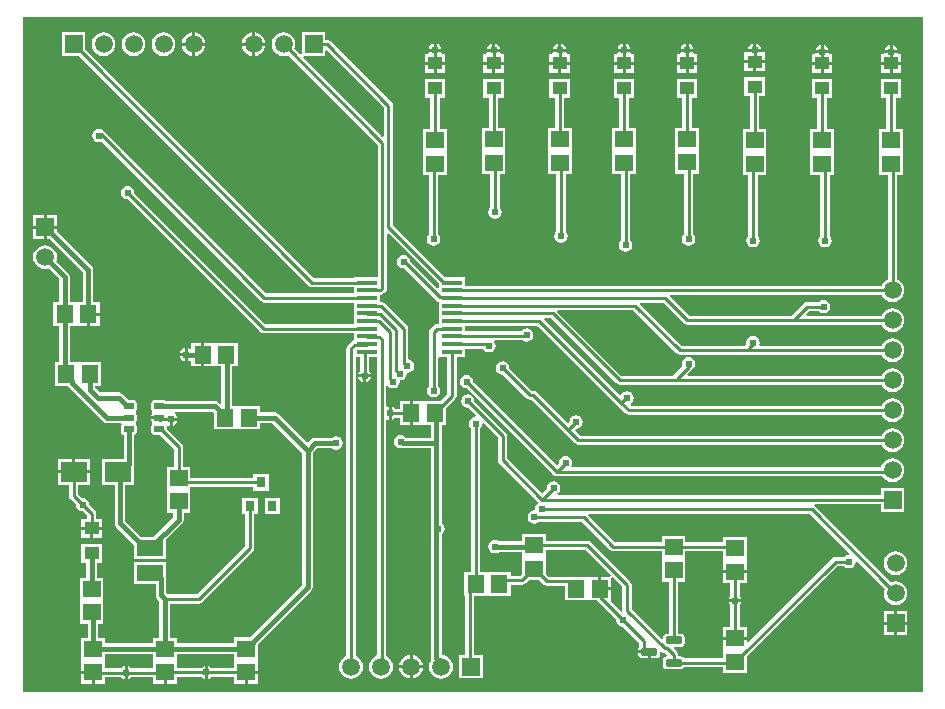
<source format=gtl>
G04*
G04 #@! TF.GenerationSoftware,Altium Limited,Altium Designer,20.1.14 (287)*
G04*
G04 Layer_Physical_Order=1*
G04 Layer_Color=255*
%FSLAX25Y25*%
%MOIN*%
G70*
G04*
G04 #@! TF.SameCoordinates,77D899AC-DA5C-4649-B6D6-03D989B7329D*
G04*
G04*
G04 #@! TF.FilePolarity,Positive*
G04*
G01*
G75*
%ADD16R,0.08700X0.06700*%
%ADD22R,0.03150X0.03543*%
G04:AMPARAMS|DCode=23|XSize=51.18mil|YSize=23.62mil|CornerRadius=2.01mil|HoleSize=0mil|Usage=FLASHONLY|Rotation=180.000|XOffset=0mil|YOffset=0mil|HoleType=Round|Shape=RoundedRectangle|*
%AMROUNDEDRECTD23*
21,1,0.05118,0.01961,0,0,180.0*
21,1,0.04717,0.02362,0,0,180.0*
1,1,0.00402,-0.02358,0.00980*
1,1,0.00402,0.02358,0.00980*
1,1,0.00402,0.02358,-0.00980*
1,1,0.00402,-0.02358,-0.00980*
%
%ADD23ROUNDEDRECTD23*%
%ADD28R,0.08740X0.05315*%
%ADD29R,0.06890X0.01772*%
%ADD30R,0.05512X0.05906*%
%ADD31R,0.04724X0.04331*%
%ADD32R,0.05906X0.05512*%
G04:AMPARAMS|DCode=33|XSize=21.65mil|YSize=31.5mil|CornerRadius=1.95mil|HoleSize=0mil|Usage=FLASHONLY|Rotation=270.000|XOffset=0mil|YOffset=0mil|HoleType=Round|Shape=RoundedRectangle|*
%AMROUNDEDRECTD33*
21,1,0.02165,0.02760,0,0,270.0*
21,1,0.01776,0.03150,0,0,270.0*
1,1,0.00390,-0.01380,-0.00888*
1,1,0.00390,-0.01380,0.00888*
1,1,0.00390,0.01380,0.00888*
1,1,0.00390,0.01380,-0.00888*
%
%ADD33ROUNDEDRECTD33*%
%ADD34C,0.01000*%
%ADD35C,0.01500*%
%ADD36C,0.05906*%
%ADD37R,0.05906X0.05906*%
%ADD38R,0.05906X0.05906*%
%ADD39C,0.02400*%
G36*
X682000Y120500D02*
X382000D01*
Y345500D01*
X682000D01*
Y120500D01*
D02*
G37*
%LPC*%
G36*
X459500Y340421D02*
Y337000D01*
X462921D01*
X462851Y337532D01*
X462453Y338493D01*
X461819Y339319D01*
X460993Y339953D01*
X460032Y340351D01*
X459500Y340421D01*
D02*
G37*
G36*
X439500D02*
Y337000D01*
X442921D01*
X442851Y337532D01*
X442453Y338493D01*
X441819Y339319D01*
X440993Y339953D01*
X440032Y340351D01*
X439500Y340421D01*
D02*
G37*
G36*
X438500D02*
X437968Y340351D01*
X437007Y339953D01*
X436181Y339319D01*
X435547Y338493D01*
X435149Y337532D01*
X435079Y337000D01*
X438500D01*
Y340421D01*
D02*
G37*
G36*
X458500D02*
X457968Y340351D01*
X457007Y339953D01*
X456181Y339319D01*
X455547Y338493D01*
X455149Y337532D01*
X455079Y337000D01*
X458500D01*
Y340421D01*
D02*
G37*
G36*
X626500Y336644D02*
Y335000D01*
X628144D01*
X628072Y335358D01*
X627586Y336086D01*
X626858Y336572D01*
X626500Y336644D01*
D02*
G37*
G36*
X625500D02*
X625142Y336572D01*
X624414Y336086D01*
X623928Y335358D01*
X623856Y335000D01*
X625500D01*
Y336644D01*
D02*
G37*
G36*
X604000D02*
Y335000D01*
X605644D01*
X605572Y335358D01*
X605086Y336086D01*
X604358Y336572D01*
X604000Y336644D01*
D02*
G37*
G36*
X603000D02*
X602642Y336572D01*
X601914Y336086D01*
X601428Y335358D01*
X601356Y335000D01*
X603000D01*
Y336644D01*
D02*
G37*
G36*
X583000D02*
Y335000D01*
X584644D01*
X584572Y335358D01*
X584086Y336086D01*
X583358Y336572D01*
X583000Y336644D01*
D02*
G37*
G36*
X582000D02*
X581642Y336572D01*
X580914Y336086D01*
X580428Y335358D01*
X580356Y335000D01*
X582000D01*
Y336644D01*
D02*
G37*
G36*
X561500D02*
Y335000D01*
X563144D01*
X563072Y335358D01*
X562586Y336086D01*
X561858Y336572D01*
X561500Y336644D01*
D02*
G37*
G36*
X560500D02*
X560142Y336572D01*
X559414Y336086D01*
X558928Y335358D01*
X558856Y335000D01*
X560500D01*
Y336644D01*
D02*
G37*
G36*
X539500D02*
Y335000D01*
X541144D01*
X541072Y335358D01*
X540586Y336086D01*
X539858Y336572D01*
X539500Y336644D01*
D02*
G37*
G36*
X538500D02*
X538142Y336572D01*
X537414Y336086D01*
X536928Y335358D01*
X536856Y335000D01*
X538500D01*
Y336644D01*
D02*
G37*
G36*
X520000D02*
Y335000D01*
X521644D01*
X521572Y335358D01*
X521086Y336086D01*
X520358Y336572D01*
X520000Y336644D01*
D02*
G37*
G36*
X519000D02*
X518642Y336572D01*
X517914Y336086D01*
X517428Y335358D01*
X517356Y335000D01*
X519000D01*
Y336644D01*
D02*
G37*
G36*
X672000Y336144D02*
Y334500D01*
X673644D01*
X673572Y334858D01*
X673086Y335586D01*
X672358Y336072D01*
X672000Y336144D01*
D02*
G37*
G36*
X671000D02*
X670642Y336072D01*
X669914Y335586D01*
X669428Y334858D01*
X669356Y334500D01*
X671000D01*
Y336144D01*
D02*
G37*
G36*
X649000D02*
Y334500D01*
X650644D01*
X650572Y334858D01*
X650086Y335586D01*
X649358Y336072D01*
X649000Y336144D01*
D02*
G37*
G36*
X648000D02*
X647642Y336072D01*
X646914Y335586D01*
X646428Y334858D01*
X646356Y334500D01*
X648000D01*
Y336144D01*
D02*
G37*
G36*
X462921Y336000D02*
X459500D01*
Y332579D01*
X460032Y332649D01*
X460993Y333047D01*
X461819Y333681D01*
X462453Y334507D01*
X462851Y335468D01*
X462921Y336000D01*
D02*
G37*
G36*
X442921D02*
X439500D01*
Y332579D01*
X440032Y332649D01*
X440993Y333047D01*
X441819Y333681D01*
X442453Y334507D01*
X442851Y335468D01*
X442921Y336000D01*
D02*
G37*
G36*
X438500D02*
X435079D01*
X435149Y335468D01*
X435547Y334507D01*
X436181Y333681D01*
X437007Y333047D01*
X437968Y332649D01*
X438500Y332579D01*
Y336000D01*
D02*
G37*
G36*
X458500D02*
X455079D01*
X455149Y335468D01*
X455547Y334507D01*
X456181Y333681D01*
X457007Y333047D01*
X457968Y332649D01*
X458500Y332579D01*
Y336000D01*
D02*
G37*
G36*
X429000Y340487D02*
X427968Y340351D01*
X427007Y339953D01*
X426181Y339319D01*
X425547Y338493D01*
X425149Y337532D01*
X425013Y336500D01*
X425149Y335468D01*
X425547Y334507D01*
X426181Y333681D01*
X427007Y333047D01*
X427968Y332649D01*
X429000Y332513D01*
X430032Y332649D01*
X430993Y333047D01*
X431819Y333681D01*
X432453Y334507D01*
X432851Y335468D01*
X432987Y336500D01*
X432851Y337532D01*
X432453Y338493D01*
X431819Y339319D01*
X430993Y339953D01*
X430032Y340351D01*
X429000Y340487D01*
D02*
G37*
G36*
X419000D02*
X417968Y340351D01*
X417007Y339953D01*
X416181Y339319D01*
X415547Y338493D01*
X415149Y337532D01*
X415013Y336500D01*
X415149Y335468D01*
X415547Y334507D01*
X416181Y333681D01*
X417007Y333047D01*
X417968Y332649D01*
X419000Y332513D01*
X420032Y332649D01*
X420993Y333047D01*
X421819Y333681D01*
X422453Y334507D01*
X422851Y335468D01*
X422987Y336500D01*
X422851Y337532D01*
X422453Y338493D01*
X421819Y339319D01*
X420993Y339953D01*
X420032Y340351D01*
X419000Y340487D01*
D02*
G37*
G36*
X409000D02*
X407968Y340351D01*
X407007Y339953D01*
X406181Y339319D01*
X405547Y338493D01*
X405149Y337532D01*
X405013Y336500D01*
X405149Y335468D01*
X405547Y334507D01*
X406181Y333681D01*
X407007Y333047D01*
X407968Y332649D01*
X409000Y332513D01*
X410032Y332649D01*
X410993Y333047D01*
X411819Y333681D01*
X412453Y334507D01*
X412851Y335468D01*
X412987Y336500D01*
X412851Y337532D01*
X412453Y338493D01*
X411819Y339319D01*
X410993Y339953D01*
X410032Y340351D01*
X409000Y340487D01*
D02*
G37*
G36*
X628333Y334000D02*
X623667D01*
X623502Y333799D01*
X622638D01*
Y331134D01*
X629362D01*
Y333799D01*
X628498D01*
X628333Y334000D01*
D02*
G37*
G36*
X673833Y333500D02*
X669167D01*
X669002Y333299D01*
X668138D01*
Y330634D01*
X674862D01*
Y333299D01*
X673998D01*
X673833Y333500D01*
D02*
G37*
G36*
X650833D02*
X646167D01*
X646002Y333299D01*
X645138D01*
Y330634D01*
X651862D01*
Y333299D01*
X650998D01*
X650833Y333500D01*
D02*
G37*
G36*
X605644Y334000D02*
X601356D01*
X601396Y333799D01*
X601101Y333299D01*
X600138D01*
Y330634D01*
X606862D01*
Y333299D01*
X605899D01*
X605604Y333799D01*
X605644Y334000D01*
D02*
G37*
G36*
X584644D02*
X580356D01*
X580396Y333799D01*
X580101Y333299D01*
X579138D01*
Y330634D01*
X585862D01*
Y333299D01*
X584899D01*
X584604Y333799D01*
X584644Y334000D01*
D02*
G37*
G36*
X563144D02*
X558856D01*
X558896Y333799D01*
X558601Y333299D01*
X557638D01*
Y330634D01*
X564362D01*
Y333299D01*
X563399D01*
X563104Y333799D01*
X563144Y334000D01*
D02*
G37*
G36*
X541144D02*
X536856D01*
X536896Y333799D01*
X536601Y333299D01*
X535638D01*
Y330634D01*
X542362D01*
Y333299D01*
X541399D01*
X541104Y333799D01*
X541144Y334000D01*
D02*
G37*
G36*
X521644D02*
X517356D01*
X517396Y333799D01*
X517101Y333299D01*
X516138D01*
Y330634D01*
X522862D01*
Y333299D01*
X521899D01*
X521604Y333799D01*
X521644Y334000D01*
D02*
G37*
G36*
X629362Y330134D02*
X626500D01*
Y327468D01*
X629362D01*
Y330134D01*
D02*
G37*
G36*
X625500D02*
X622638D01*
Y327468D01*
X625500D01*
Y330134D01*
D02*
G37*
G36*
X674862Y329634D02*
X672000D01*
Y326969D01*
X674862D01*
Y329634D01*
D02*
G37*
G36*
X671000D02*
X668138D01*
Y326969D01*
X671000D01*
Y329634D01*
D02*
G37*
G36*
X651862D02*
X649000D01*
Y326969D01*
X651862D01*
Y329634D01*
D02*
G37*
G36*
X648000D02*
X645138D01*
Y326969D01*
X648000D01*
Y329634D01*
D02*
G37*
G36*
X606862D02*
X604000D01*
Y326969D01*
X606862D01*
Y329634D01*
D02*
G37*
G36*
X603000D02*
X600138D01*
Y326969D01*
X603000D01*
Y329634D01*
D02*
G37*
G36*
X585862D02*
X583000D01*
Y326969D01*
X585862D01*
Y329634D01*
D02*
G37*
G36*
X582000D02*
X579138D01*
Y326969D01*
X582000D01*
Y329634D01*
D02*
G37*
G36*
X564362D02*
X561500D01*
Y326969D01*
X564362D01*
Y329634D01*
D02*
G37*
G36*
X560500D02*
X557638D01*
Y326969D01*
X560500D01*
Y329634D01*
D02*
G37*
G36*
X542362D02*
X539500D01*
Y326969D01*
X542362D01*
Y329634D01*
D02*
G37*
G36*
X538500D02*
X535638D01*
Y326969D01*
X538500D01*
Y329634D01*
D02*
G37*
G36*
X522862D02*
X520000D01*
Y326969D01*
X522862D01*
Y329634D01*
D02*
G37*
G36*
X519000D02*
X516138D01*
Y326969D01*
X519000D01*
Y329634D01*
D02*
G37*
G36*
X542362Y325031D02*
X535638D01*
Y318701D01*
X537471D01*
Y308630D01*
X535047D01*
Y301256D01*
X535047Y301118D01*
Y300756D01*
X535047Y300618D01*
Y293244D01*
X537971D01*
Y282124D01*
X537914Y282086D01*
X537428Y281358D01*
X537257Y280500D01*
X537428Y279642D01*
X537914Y278914D01*
X538642Y278428D01*
X539500Y278257D01*
X540358Y278428D01*
X541086Y278914D01*
X541572Y279642D01*
X541743Y280500D01*
X541572Y281358D01*
X541086Y282086D01*
X541029Y282124D01*
Y293244D01*
X542953D01*
Y300618D01*
X542953Y300756D01*
Y301118D01*
X542953Y301256D01*
Y308630D01*
X540529D01*
Y318701D01*
X542362D01*
Y325031D01*
D02*
G37*
G36*
X393453Y279453D02*
X390000D01*
Y276000D01*
X393453D01*
Y279453D01*
D02*
G37*
G36*
X389000D02*
X385547D01*
Y276000D01*
X389000D01*
Y279453D01*
D02*
G37*
G36*
Y275000D02*
X385547D01*
Y271547D01*
X389000D01*
Y275000D01*
D02*
G37*
G36*
X564362Y325031D02*
X557638D01*
Y318701D01*
X559581D01*
Y308630D01*
X557157D01*
Y301256D01*
X557157Y301118D01*
Y300756D01*
X557157Y300618D01*
Y293244D01*
X559971D01*
Y274124D01*
X559914Y274086D01*
X559428Y273358D01*
X559257Y272500D01*
X559428Y271642D01*
X559914Y270914D01*
X560642Y270428D01*
X561500Y270257D01*
X562358Y270428D01*
X563086Y270914D01*
X563572Y271642D01*
X563743Y272500D01*
X563572Y273358D01*
X563086Y274086D01*
X563029Y274124D01*
Y293244D01*
X565063D01*
Y300618D01*
X565063Y300756D01*
Y301118D01*
X565063Y301256D01*
Y308630D01*
X562640D01*
Y318701D01*
X564362D01*
Y325031D01*
D02*
G37*
G36*
X606862D02*
X600138D01*
Y318701D01*
X601971D01*
Y308693D01*
X599547D01*
Y301319D01*
X599547Y301181D01*
Y300819D01*
X599547Y300681D01*
Y293307D01*
X602471D01*
Y273124D01*
X602414Y273086D01*
X601928Y272358D01*
X601757Y271500D01*
X601928Y270642D01*
X602414Y269914D01*
X603142Y269428D01*
X604000Y269257D01*
X604858Y269428D01*
X605586Y269914D01*
X606072Y270642D01*
X606243Y271500D01*
X606072Y272358D01*
X605586Y273086D01*
X605529Y273124D01*
Y293307D01*
X607453D01*
Y300681D01*
X607453Y300819D01*
Y301181D01*
X607453Y301319D01*
Y308693D01*
X605029D01*
Y318701D01*
X606862D01*
Y325031D01*
D02*
G37*
G36*
X522862D02*
X516138D01*
Y318701D01*
X517971D01*
Y308193D01*
X515547D01*
Y300819D01*
X515547Y300681D01*
Y300319D01*
X515547Y300181D01*
Y292807D01*
X517471D01*
Y273124D01*
X517414Y273086D01*
X516928Y272358D01*
X516757Y271500D01*
X516928Y270642D01*
X517414Y269914D01*
X518142Y269428D01*
X519000Y269257D01*
X519858Y269428D01*
X520586Y269914D01*
X521072Y270642D01*
X521243Y271500D01*
X521072Y272358D01*
X520586Y273086D01*
X520529Y273124D01*
Y292807D01*
X523453D01*
Y300181D01*
X523453Y300319D01*
Y300681D01*
X523453Y300819D01*
Y308193D01*
X521029D01*
Y318701D01*
X522862D01*
Y325031D01*
D02*
G37*
G36*
X651862D02*
X645138D01*
Y318701D01*
X646971D01*
Y308193D01*
X644547D01*
Y300819D01*
X644547Y300681D01*
Y300319D01*
X644547Y300181D01*
Y292807D01*
X647971D01*
Y272624D01*
X647914Y272586D01*
X647428Y271858D01*
X647257Y271000D01*
X647428Y270142D01*
X647914Y269414D01*
X648642Y268928D01*
X649500Y268757D01*
X650358Y268928D01*
X651086Y269414D01*
X651572Y270142D01*
X651743Y271000D01*
X651572Y271858D01*
X651086Y272586D01*
X651029Y272624D01*
Y292807D01*
X652453D01*
Y300181D01*
X652453Y300319D01*
Y300681D01*
X652453Y300819D01*
Y308193D01*
X650029D01*
Y318701D01*
X651862D01*
Y325031D01*
D02*
G37*
G36*
X629362Y325532D02*
X622638D01*
Y319201D01*
X624471D01*
Y308193D01*
X622047D01*
Y300819D01*
X622047Y300681D01*
Y300319D01*
X622047Y300181D01*
Y292807D01*
X623971D01*
Y272624D01*
X623914Y272586D01*
X623428Y271858D01*
X623257Y271000D01*
X623428Y270142D01*
X623914Y269414D01*
X624642Y268928D01*
X625500Y268757D01*
X626358Y268928D01*
X627086Y269414D01*
X627572Y270142D01*
X627743Y271000D01*
X627572Y271858D01*
X627086Y272586D01*
X627029Y272624D01*
Y292807D01*
X629953D01*
Y300181D01*
X629953Y300319D01*
Y300681D01*
X629953Y300819D01*
Y308193D01*
X627529D01*
Y319201D01*
X629362D01*
Y325532D01*
D02*
G37*
G36*
X585862Y325031D02*
X579138D01*
Y318701D01*
X580971D01*
Y308630D01*
X578547D01*
Y301256D01*
X578547Y301118D01*
Y300756D01*
X578547Y300618D01*
Y293244D01*
X581471D01*
Y271124D01*
X581414Y271086D01*
X580928Y270358D01*
X580757Y269500D01*
X580928Y268642D01*
X581414Y267914D01*
X582142Y267428D01*
X583000Y267257D01*
X583858Y267428D01*
X584586Y267914D01*
X585072Y268642D01*
X585243Y269500D01*
X585072Y270358D01*
X584586Y271086D01*
X584529Y271124D01*
Y293244D01*
X586453D01*
Y300618D01*
X586453Y300756D01*
Y301118D01*
X586453Y301256D01*
Y308630D01*
X584029D01*
Y318701D01*
X585862D01*
Y325031D01*
D02*
G37*
G36*
X469000Y340487D02*
X467968Y340351D01*
X467007Y339953D01*
X466181Y339319D01*
X465547Y338493D01*
X465149Y337532D01*
X465013Y336500D01*
X465149Y335468D01*
X465547Y334507D01*
X466181Y333681D01*
X467007Y333047D01*
X467968Y332649D01*
X469000Y332513D01*
X470032Y332649D01*
X470496Y332841D01*
X500427Y302910D01*
Y258902D01*
X492382D01*
Y258545D01*
X479118D01*
X402953Y334710D01*
Y340453D01*
X395047D01*
Y332547D01*
X400790D01*
X477403Y255934D01*
X477899Y255603D01*
X478484Y255486D01*
X492382D01*
Y253427D01*
X463236D01*
X409105Y307558D01*
X409086Y307586D01*
X408358Y308072D01*
X407500Y308243D01*
X406642Y308072D01*
X405914Y307586D01*
X405428Y306858D01*
X405257Y306000D01*
X405428Y305142D01*
X405914Y304414D01*
X406642Y303928D01*
X407500Y303757D01*
X408358Y303928D01*
X408389Y303948D01*
X461521Y250816D01*
X462017Y250485D01*
X462602Y250368D01*
X492382D01*
Y247453D01*
Y243191D01*
X462972D01*
X419230Y286933D01*
X419243Y287000D01*
X419072Y287858D01*
X418586Y288586D01*
X417858Y289072D01*
X417000Y289243D01*
X416142Y289072D01*
X415414Y288586D01*
X414928Y287858D01*
X414757Y287000D01*
X414928Y286142D01*
X415414Y285414D01*
X416142Y284928D01*
X417000Y284757D01*
X417067Y284770D01*
X461257Y240580D01*
X461753Y240248D01*
X462339Y240132D01*
X492382D01*
Y237824D01*
X492175Y237783D01*
X491679Y237452D01*
X490419Y236191D01*
X490087Y235695D01*
X489971Y235109D01*
Y132645D01*
X489507Y132453D01*
X488681Y131819D01*
X488047Y130993D01*
X487649Y130032D01*
X487513Y129000D01*
X487649Y127968D01*
X488047Y127007D01*
X488681Y126181D01*
X489507Y125547D01*
X490468Y125149D01*
X491500Y125013D01*
X492532Y125149D01*
X493493Y125547D01*
X494319Y126181D01*
X494953Y127007D01*
X495351Y127968D01*
X495487Y129000D01*
X495351Y130032D01*
X494953Y130993D01*
X494319Y131819D01*
X493493Y132453D01*
X493029Y132645D01*
Y232098D01*
X494471D01*
Y227624D01*
X494414Y227586D01*
X493928Y226858D01*
X493856Y226500D01*
X498144D01*
X498072Y226858D01*
X497586Y227586D01*
X497529Y227624D01*
Y232098D01*
X500242D01*
Y132757D01*
X499507Y132453D01*
X498681Y131819D01*
X498047Y130993D01*
X497649Y130032D01*
X497513Y129000D01*
X497649Y127968D01*
X498047Y127007D01*
X498681Y126181D01*
X499507Y125547D01*
X500468Y125149D01*
X501500Y125013D01*
X502532Y125149D01*
X503493Y125547D01*
X504319Y126181D01*
X504953Y127007D01*
X505351Y127968D01*
X505487Y129000D01*
X505351Y130032D01*
X504953Y130993D01*
X504319Y131819D01*
X503493Y132453D01*
X503301Y132532D01*
Y211142D01*
X503801Y211408D01*
X504063Y211356D01*
Y213500D01*
Y215644D01*
X503801Y215592D01*
X503301Y215858D01*
Y222431D01*
X503801Y222583D01*
X503914Y222414D01*
X504642Y221928D01*
X505500Y221757D01*
X506358Y221928D01*
X507086Y222414D01*
X507572Y223142D01*
X507737Y223970D01*
X507854Y224457D01*
X508712Y224628D01*
X509440Y225114D01*
X509926Y225842D01*
X510056Y226496D01*
X510300Y226957D01*
X511158Y227128D01*
X511886Y227614D01*
X512372Y228342D01*
X512543Y229200D01*
X512372Y230058D01*
X511886Y230786D01*
X511158Y231272D01*
X510529Y231398D01*
Y241657D01*
X510413Y242242D01*
X510081Y242738D01*
X502573Y250247D01*
X502077Y250578D01*
X501491Y250695D01*
X501272D01*
Y252927D01*
X501371D01*
X501956Y253044D01*
X502452Y253375D01*
X503038Y253961D01*
X503370Y254457D01*
X503486Y255043D01*
Y273328D01*
X503948Y273519D01*
X520728Y256739D01*
Y255319D01*
X520241Y255100D01*
X511219Y264122D01*
X511072Y264858D01*
X510586Y265586D01*
X509858Y266072D01*
X509000Y266243D01*
X508142Y266072D01*
X507414Y265586D01*
X506928Y264858D01*
X506757Y264000D01*
X506928Y263142D01*
X507414Y262414D01*
X508142Y261928D01*
X509000Y261757D01*
X509215Y261800D01*
X520026Y250989D01*
X520522Y250658D01*
X520728Y250617D01*
Y247453D01*
Y243191D01*
X520228D01*
X519643Y243074D01*
X519147Y242743D01*
X517919Y241514D01*
X517587Y241018D01*
X517471Y240433D01*
Y222624D01*
X517414Y222586D01*
X516928Y221858D01*
X516757Y221000D01*
X516928Y220142D01*
X517414Y219414D01*
X518142Y218928D01*
X519000Y218757D01*
X519858Y218928D01*
X520586Y219414D01*
X521072Y220142D01*
X521243Y221000D01*
X521072Y221858D01*
X520586Y222586D01*
X520529Y222624D01*
Y231681D01*
X520728Y232098D01*
X523644D01*
Y220004D01*
X521093Y217453D01*
X515744D01*
Y217453D01*
X515382D01*
Y217453D01*
X512126D01*
Y213500D01*
Y209547D01*
X515382D01*
Y209547D01*
X515744D01*
Y209547D01*
X518139D01*
Y205284D01*
X509788D01*
X509586Y205586D01*
X508858Y206072D01*
X508000Y206243D01*
X507142Y206072D01*
X506414Y205586D01*
X505928Y204858D01*
X505757Y204000D01*
X505928Y203142D01*
X506414Y202414D01*
X507142Y201928D01*
X508000Y201757D01*
X508268Y201810D01*
X508743Y201716D01*
X508744Y201716D01*
X518139D01*
Y132081D01*
X518200Y131774D01*
Y131707D01*
X518282Y131299D01*
X518047Y130993D01*
X517649Y130032D01*
X517513Y129000D01*
X517649Y127968D01*
X518047Y127007D01*
X518681Y126181D01*
X519507Y125547D01*
X520468Y125149D01*
X521500Y125013D01*
X522532Y125149D01*
X523493Y125547D01*
X524319Y126181D01*
X524953Y127007D01*
X525351Y127968D01*
X525487Y129000D01*
X525351Y130032D01*
X524953Y130993D01*
X524319Y131819D01*
X523493Y132453D01*
X522532Y132851D01*
X521708Y132959D01*
Y173161D01*
X522086Y173414D01*
X522572Y174142D01*
X522743Y175000D01*
X522572Y175858D01*
X522086Y176586D01*
X521708Y176839D01*
Y203500D01*
Y209547D01*
X523256D01*
Y215290D01*
X526255Y218289D01*
X526586Y218785D01*
X526703Y219370D01*
Y232098D01*
X529618D01*
Y235014D01*
X535513D01*
X535914Y234414D01*
X536642Y233928D01*
X537500Y233757D01*
X538358Y233928D01*
X539086Y234414D01*
X539572Y235142D01*
X539743Y236000D01*
X539572Y236858D01*
X539313Y237246D01*
X539580Y237746D01*
X548665D01*
X549142Y237428D01*
X550000Y237257D01*
X550858Y237428D01*
X551586Y237914D01*
X552072Y238642D01*
X552243Y239500D01*
X552072Y240358D01*
X551586Y241086D01*
X550858Y241572D01*
X550000Y241743D01*
X549142Y241572D01*
X548414Y241086D01*
X548226Y240805D01*
X529618D01*
Y242691D01*
X553646D01*
X580419Y215919D01*
X582919Y213419D01*
X583415Y213087D01*
X584000Y212971D01*
X668355D01*
X668547Y212507D01*
X669181Y211681D01*
X670007Y211047D01*
X670968Y210649D01*
X672000Y210513D01*
X673032Y210649D01*
X673993Y211047D01*
X674819Y211681D01*
X675453Y212507D01*
X675851Y213468D01*
X675987Y214500D01*
X675851Y215532D01*
X675453Y216493D01*
X674819Y217319D01*
X673993Y217953D01*
X673032Y218351D01*
X672000Y218487D01*
X670968Y218351D01*
X670007Y217953D01*
X669181Y217319D01*
X668547Y216493D01*
X668355Y216029D01*
X585010D01*
X584843Y216217D01*
X584917Y216801D01*
X585086Y216914D01*
X585572Y217642D01*
X585743Y218500D01*
X585572Y219358D01*
X585086Y220086D01*
X584358Y220572D01*
X583500Y220743D01*
X582642Y220572D01*
X581914Y220086D01*
X581662Y219708D01*
X581018Y219645D01*
X555875Y244788D01*
X556066Y245250D01*
X558087D01*
X579919Y223419D01*
X580415Y223087D01*
X581000Y222971D01*
X668355D01*
X668547Y222507D01*
X669181Y221681D01*
X670007Y221047D01*
X670968Y220649D01*
X672000Y220513D01*
X673032Y220649D01*
X673993Y221047D01*
X674819Y221681D01*
X675453Y222507D01*
X675851Y223468D01*
X675987Y224500D01*
X675851Y225532D01*
X675453Y226493D01*
X674819Y227319D01*
X673993Y227953D01*
X673032Y228351D01*
X672000Y228487D01*
X670968Y228351D01*
X670007Y227953D01*
X669181Y227319D01*
X668547Y226493D01*
X668355Y226029D01*
X603846D01*
X603654Y226491D01*
X605081Y227919D01*
X605272Y228204D01*
X605586Y228414D01*
X606072Y229142D01*
X606243Y230000D01*
X606072Y230858D01*
X605586Y231586D01*
X604858Y232072D01*
X604000Y232243D01*
X603142Y232072D01*
X602414Y231586D01*
X601928Y230858D01*
X601757Y230000D01*
X601928Y229142D01*
X601948Y229111D01*
X598919Y226081D01*
X598884Y226029D01*
X581634D01*
X560316Y247347D01*
X560507Y247809D01*
X585528D01*
X599919Y233419D01*
X600415Y233087D01*
X601000Y232971D01*
X668355D01*
X668547Y232507D01*
X669181Y231681D01*
X670007Y231047D01*
X670968Y230649D01*
X672000Y230513D01*
X673032Y230649D01*
X673993Y231047D01*
X674819Y231681D01*
X675453Y232507D01*
X675851Y233468D01*
X675987Y234500D01*
X675851Y235532D01*
X675453Y236493D01*
X674819Y237319D01*
X673993Y237953D01*
X673032Y238351D01*
X672000Y238487D01*
X670968Y238351D01*
X670007Y237953D01*
X669181Y237319D01*
X668547Y236493D01*
X668355Y236029D01*
X628053D01*
X627649Y236529D01*
X627743Y237000D01*
X627572Y237858D01*
X627086Y238586D01*
X626358Y239072D01*
X625500Y239243D01*
X624642Y239072D01*
X623914Y238586D01*
X623428Y237858D01*
X623257Y237000D01*
X623333Y236617D01*
X622919Y236203D01*
X622803Y236029D01*
X601634D01*
X587757Y249906D01*
X587948Y250368D01*
X595469D01*
X602419Y243419D01*
X602915Y243087D01*
X603500Y242971D01*
X668355D01*
X668547Y242507D01*
X669181Y241681D01*
X670007Y241047D01*
X670968Y240649D01*
X672000Y240513D01*
X673032Y240649D01*
X673993Y241047D01*
X674819Y241681D01*
X675453Y242507D01*
X675851Y243468D01*
X675987Y244500D01*
X675851Y245532D01*
X675453Y246493D01*
X674819Y247319D01*
X673993Y247953D01*
X673032Y248351D01*
X672000Y248487D01*
X670968Y248351D01*
X670007Y247953D01*
X669181Y247319D01*
X668547Y246493D01*
X668355Y246029D01*
X643346D01*
X643154Y246491D01*
X644134Y247471D01*
X647376D01*
X647414Y247414D01*
X648142Y246928D01*
X649000Y246757D01*
X649858Y246928D01*
X650586Y247414D01*
X651072Y248142D01*
X651243Y249000D01*
X651072Y249858D01*
X650586Y250586D01*
X649858Y251072D01*
X649000Y251243D01*
X648142Y251072D01*
X647414Y250586D01*
X647376Y250529D01*
X643500D01*
X642915Y250413D01*
X642419Y250081D01*
X638367Y246029D01*
X604134D01*
X597697Y252465D01*
X597889Y252927D01*
X668373D01*
X668547Y252507D01*
X669181Y251681D01*
X670007Y251047D01*
X670968Y250649D01*
X672000Y250513D01*
X673032Y250649D01*
X673993Y251047D01*
X674819Y251681D01*
X675453Y252507D01*
X675851Y253468D01*
X675987Y254500D01*
X675851Y255532D01*
X675453Y256493D01*
X674819Y257319D01*
X673993Y257953D01*
X673529Y258145D01*
Y292807D01*
X675453D01*
Y300181D01*
X675453Y300319D01*
Y300681D01*
X675453Y300819D01*
Y308193D01*
X673029D01*
Y318701D01*
X674862D01*
Y325031D01*
X668138D01*
Y318701D01*
X669971D01*
Y308193D01*
X667547D01*
Y300819D01*
X667547Y300681D01*
Y300319D01*
X667547Y300181D01*
Y292807D01*
X670471D01*
Y258145D01*
X670007Y257953D01*
X669181Y257319D01*
X668547Y256493D01*
X668337Y255986D01*
X529618D01*
Y258902D01*
X522891D01*
X505486Y276307D01*
Y315996D01*
X505370Y316581D01*
X505038Y317077D01*
X484534Y337581D01*
X484038Y337913D01*
X483453Y338029D01*
X482953D01*
Y340453D01*
X475047D01*
Y333269D01*
X474585Y333078D01*
X472659Y335004D01*
X472851Y335468D01*
X472987Y336500D01*
X472851Y337532D01*
X472453Y338493D01*
X471819Y339319D01*
X470993Y339953D01*
X470032Y340351D01*
X469000Y340487D01*
D02*
G37*
G36*
X393453Y275000D02*
X390000D01*
Y271547D01*
X390929D01*
X402090Y260387D01*
Y250453D01*
X400319D01*
X400181Y250453D01*
X399819D01*
X399681Y250453D01*
X397784D01*
Y259000D01*
X397784Y259000D01*
X397649Y259683D01*
X397262Y260262D01*
X393264Y264259D01*
X393351Y264468D01*
X393487Y265500D01*
X393351Y266532D01*
X392953Y267493D01*
X392319Y268319D01*
X391493Y268953D01*
X390532Y269351D01*
X389500Y269487D01*
X388468Y269351D01*
X387507Y268953D01*
X386681Y268319D01*
X386047Y267493D01*
X385649Y266532D01*
X385513Y265500D01*
X385649Y264468D01*
X386047Y263507D01*
X386681Y262681D01*
X387507Y262047D01*
X388468Y261649D01*
X389500Y261513D01*
X390532Y261649D01*
X390741Y261736D01*
X394216Y258261D01*
Y250453D01*
X392307D01*
Y242547D01*
X394216D01*
Y230453D01*
X392807D01*
Y222547D01*
X397187D01*
X397307Y222368D01*
X408937Y210738D01*
X409516Y210351D01*
X410199Y210216D01*
X410199Y210216D01*
X414776D01*
X415043Y209716D01*
X414975Y209614D01*
X414882Y209148D01*
Y207372D01*
X414975Y206906D01*
X415239Y206511D01*
X415634Y206246D01*
X415696Y206234D01*
Y198350D01*
X408600D01*
Y189650D01*
X412666D01*
Y176837D01*
X412802Y176155D01*
X413188Y175576D01*
X419130Y169634D01*
Y164842D01*
X429870D01*
Y171347D01*
X435262Y176738D01*
X435648Y177317D01*
X435784Y178000D01*
X435784Y178000D01*
Y180307D01*
X437953D01*
Y187681D01*
X437953Y187819D01*
Y188181D01*
X437953Y188319D01*
Y188908D01*
X458925D01*
Y187665D01*
X464075D01*
Y193209D01*
X458925D01*
Y191966D01*
X437953D01*
Y195693D01*
X435529D01*
Y202272D01*
X435413Y202857D01*
X435081Y203353D01*
X430118Y208317D01*
Y209148D01*
X430111Y209181D01*
X430561Y209481D01*
X430642Y209428D01*
X431000Y209356D01*
Y211500D01*
X431500D01*
Y212000D01*
X433644D01*
X433572Y212358D01*
X433086Y213086D01*
X432533Y213456D01*
X432684Y213956D01*
X445281D01*
X445807Y213429D01*
Y208047D01*
X453181D01*
X453319Y208047D01*
X453681D01*
X453819Y208047D01*
X461193D01*
Y210192D01*
X465284D01*
X475216Y200261D01*
Y156239D01*
X457732Y138756D01*
X452547D01*
Y136721D01*
X433453D01*
Y138693D01*
X431217D01*
Y150022D01*
X440780D01*
X441366Y150139D01*
X441862Y150470D01*
X458841Y167450D01*
X459173Y167946D01*
X459289Y168531D01*
Y179791D01*
X460335D01*
Y185335D01*
X455185D01*
Y179791D01*
X456230D01*
Y169165D01*
X440147Y153081D01*
X430427D01*
X429904Y153604D01*
Y158443D01*
X429870Y158615D01*
Y164008D01*
X419130D01*
Y156693D01*
X426336D01*
Y152865D01*
X426472Y152182D01*
X426858Y151603D01*
X427649Y150813D01*
Y138693D01*
X425547D01*
Y136721D01*
X409453D01*
Y138693D01*
X407284D01*
Y143307D01*
X408953D01*
Y150681D01*
X408953Y150819D01*
Y151181D01*
X408953Y151319D01*
Y158693D01*
X406784D01*
Y163701D01*
X408362D01*
Y170031D01*
X401638D01*
Y163701D01*
X403216D01*
Y158693D01*
X401047D01*
Y151319D01*
X401047Y151181D01*
Y150819D01*
X401047Y150681D01*
Y143307D01*
X403716D01*
Y138693D01*
X401547D01*
Y131319D01*
X401547Y131181D01*
Y130819D01*
X401547Y130681D01*
Y127563D01*
X405500D01*
Y127063D01*
X406000D01*
Y123307D01*
X409453D01*
Y125471D01*
X414876D01*
X414914Y125414D01*
X415642Y124928D01*
X416000Y124856D01*
Y127000D01*
Y129144D01*
X415642Y129072D01*
X414914Y128586D01*
X414876Y128529D01*
X409453D01*
Y130681D01*
X409453Y130819D01*
Y131181D01*
X409453Y131319D01*
Y133153D01*
X425547D01*
Y131319D01*
X425547Y131181D01*
Y130819D01*
X425547Y130681D01*
Y128529D01*
X418124D01*
X418086Y128586D01*
X417358Y129072D01*
X417000Y129144D01*
Y127000D01*
Y124856D01*
X417358Y124928D01*
X418086Y125414D01*
X418124Y125471D01*
X425547D01*
Y123307D01*
X429000D01*
Y127063D01*
X430000D01*
Y123307D01*
X433453D01*
Y125534D01*
X441660D01*
X441698Y125477D01*
X442425Y124991D01*
X442784Y124919D01*
Y127063D01*
Y129207D01*
X442425Y129135D01*
X441698Y128649D01*
X441660Y128592D01*
X433453D01*
Y130681D01*
X433453Y130819D01*
Y131181D01*
X433453Y131319D01*
Y133153D01*
X452547D01*
Y131382D01*
X452547Y131244D01*
Y130882D01*
X452547Y130744D01*
Y128592D01*
X444908D01*
X444870Y128649D01*
X444142Y129135D01*
X443784Y129207D01*
Y127063D01*
Y124919D01*
X444142Y124991D01*
X444870Y125477D01*
X444908Y125534D01*
X452547D01*
Y123370D01*
X456000D01*
Y127126D01*
X456500D01*
Y127626D01*
X460453D01*
Y130744D01*
X460453Y130882D01*
Y131244D01*
X460453Y131382D01*
Y136429D01*
X478262Y154238D01*
X478649Y154817D01*
X478784Y155500D01*
Y200261D01*
X480239Y201716D01*
X485211D01*
X485642Y201428D01*
X486500Y201257D01*
X487358Y201428D01*
X488086Y201914D01*
X488572Y202642D01*
X488743Y203500D01*
X488572Y204358D01*
X488086Y205086D01*
X487358Y205572D01*
X486500Y205743D01*
X485642Y205572D01*
X485211Y205284D01*
X479500D01*
X479500Y205284D01*
X478817Y205149D01*
X478238Y204762D01*
X478238Y204762D01*
X477000Y203523D01*
X467285Y213238D01*
X466706Y213625D01*
X466024Y213761D01*
X461193D01*
Y215953D01*
X453819D01*
X453681Y215953D01*
X453319D01*
X453181Y215953D01*
X451847D01*
Y229047D01*
X453693D01*
Y236953D01*
X446319D01*
X446181Y236953D01*
X445819D01*
X445681Y236953D01*
X442563D01*
Y233000D01*
Y229047D01*
X445681D01*
X445819Y229047D01*
X446181D01*
X446319Y229047D01*
X448279D01*
Y216658D01*
X447817Y216466D01*
X447281Y217002D01*
X446702Y217389D01*
X446020Y217524D01*
X429709D01*
X429366Y217754D01*
X428900Y217846D01*
X426140D01*
X425673Y217754D01*
X425278Y217489D01*
X425014Y217094D01*
X424922Y216628D01*
Y214852D01*
X425014Y214386D01*
X425112Y214240D01*
X425237Y213870D01*
X425112Y213501D01*
X425014Y213354D01*
X424922Y212888D01*
Y212500D01*
X427520D01*
Y211500D01*
X424922D01*
Y211112D01*
X425014Y210646D01*
X425112Y210499D01*
X425237Y210130D01*
X425112Y209760D01*
X425014Y209614D01*
X424922Y209148D01*
Y207372D01*
X425014Y206906D01*
X425278Y206511D01*
X425673Y206246D01*
X426140Y206154D01*
X427955D01*
X432471Y201638D01*
Y195693D01*
X430047D01*
Y188319D01*
X430047Y188181D01*
Y187819D01*
X430047Y187681D01*
Y180307D01*
X432216D01*
Y178739D01*
X425634Y172158D01*
X421653D01*
X416234Y177576D01*
Y189650D01*
X419300D01*
Y198350D01*
X419265D01*
Y206234D01*
X419326Y206246D01*
X419722Y206511D01*
X419986Y206906D01*
X420079Y207372D01*
Y209148D01*
X419986Y209614D01*
X419888Y209760D01*
X419763Y210130D01*
X419888Y210499D01*
X419986Y210646D01*
X420079Y211112D01*
Y212888D01*
X419986Y213354D01*
X419888Y213501D01*
X419763Y213870D01*
X419888Y214240D01*
X419986Y214386D01*
X420079Y214852D01*
Y216628D01*
X419986Y217094D01*
X419722Y217489D01*
X419326Y217754D01*
X418860Y217846D01*
X417406D01*
X415305Y219947D01*
X414726Y220334D01*
X414043Y220469D01*
X407788D01*
X406221Y222036D01*
Y222547D01*
X408193D01*
Y230453D01*
X400681D01*
X400681Y230453D01*
X400319D01*
Y230453D01*
X400181Y230453D01*
X397784D01*
Y242547D01*
X399681D01*
X399819Y242547D01*
X400181D01*
X400319Y242547D01*
X403437D01*
Y246500D01*
X403937D01*
Y247000D01*
X407693D01*
Y250453D01*
X405658D01*
Y261126D01*
X405522Y261809D01*
X405136Y262388D01*
X405136Y262388D01*
X393453Y274071D01*
Y275000D01*
D02*
G37*
G36*
X407693Y246000D02*
X404437D01*
Y242547D01*
X407693D01*
Y246000D01*
D02*
G37*
G36*
X441563Y236953D02*
X438307D01*
Y234784D01*
X437789D01*
X437358Y235072D01*
X437000Y235144D01*
Y233000D01*
Y230856D01*
X437358Y230928D01*
X437789Y231216D01*
X438307D01*
Y229047D01*
X441563D01*
Y233000D01*
Y236953D01*
D02*
G37*
G36*
X436000Y235144D02*
X435642Y235072D01*
X434914Y234586D01*
X434428Y233858D01*
X434356Y233500D01*
X436000D01*
Y235144D01*
D02*
G37*
G36*
Y232500D02*
X434356D01*
X434428Y232142D01*
X434914Y231414D01*
X435642Y230928D01*
X436000Y230856D01*
Y232500D01*
D02*
G37*
G36*
X498144Y225500D02*
X496500D01*
Y223856D01*
X496858Y223928D01*
X497586Y224414D01*
X498072Y225142D01*
X498144Y225500D01*
D02*
G37*
G36*
X495500D02*
X493856D01*
X493928Y225142D01*
X494414Y224414D01*
X495142Y223928D01*
X495500Y223856D01*
Y225500D01*
D02*
G37*
G36*
X511126Y217453D02*
X507870D01*
Y215029D01*
X506187D01*
X506149Y215086D01*
X505421Y215572D01*
X505063Y215644D01*
Y213500D01*
Y211356D01*
X505421Y211428D01*
X506149Y211914D01*
X506187Y211971D01*
X507870D01*
Y209547D01*
X511126D01*
Y213500D01*
Y217453D01*
D02*
G37*
G36*
X433644Y211000D02*
X432000D01*
Y209356D01*
X432358Y209428D01*
X433086Y209914D01*
X433572Y210642D01*
X433644Y211000D01*
D02*
G37*
G36*
X542000Y230743D02*
X541142Y230572D01*
X540414Y230086D01*
X539928Y229358D01*
X539757Y228500D01*
X539928Y227642D01*
X540414Y226914D01*
X541142Y226428D01*
X542000Y226257D01*
X542067Y226270D01*
X549919Y218419D01*
X550415Y218087D01*
X551000Y217971D01*
X551695D01*
X562833Y206833D01*
X566247Y203419D01*
X566743Y203087D01*
X567328Y202971D01*
X668355D01*
X668547Y202507D01*
X669181Y201681D01*
X670007Y201047D01*
X670968Y200649D01*
X672000Y200513D01*
X673032Y200649D01*
X673993Y201047D01*
X674819Y201681D01*
X675453Y202507D01*
X675851Y203468D01*
X675987Y204500D01*
X675851Y205532D01*
X675453Y206493D01*
X674819Y207319D01*
X673993Y207953D01*
X673032Y208351D01*
X672000Y208487D01*
X670968Y208351D01*
X670007Y207953D01*
X669181Y207319D01*
X668547Y206493D01*
X668355Y206029D01*
X567962D01*
X566077Y207914D01*
X566433Y208270D01*
X566500Y208257D01*
X567358Y208428D01*
X568086Y208914D01*
X568572Y209642D01*
X568743Y210500D01*
X568572Y211358D01*
X568086Y212086D01*
X567358Y212572D01*
X566500Y212743D01*
X565642Y212572D01*
X564914Y212086D01*
X564428Y211358D01*
X564257Y210500D01*
X564270Y210433D01*
X563914Y210077D01*
X553410Y220581D01*
X552914Y220913D01*
X552328Y221029D01*
X551634D01*
X544230Y228433D01*
X544243Y228500D01*
X544072Y229358D01*
X543586Y230086D01*
X542858Y230572D01*
X542000Y230743D01*
D02*
G37*
G36*
X404400Y198350D02*
X399550D01*
Y194500D01*
X404400D01*
Y198350D01*
D02*
G37*
G36*
X398550D02*
X393700D01*
Y194500D01*
X398550D01*
Y198350D01*
D02*
G37*
G36*
X530000Y226243D02*
X529142Y226072D01*
X528414Y225586D01*
X527928Y224858D01*
X527757Y224000D01*
X527928Y223142D01*
X528414Y222414D01*
X529142Y221928D01*
X530000Y221757D01*
X530067Y221770D01*
X558919Y192919D01*
X559415Y192587D01*
X560000Y192471D01*
X668575D01*
X669181Y191681D01*
X670007Y191047D01*
X670968Y190649D01*
X672000Y190513D01*
X673032Y190649D01*
X673993Y191047D01*
X674819Y191681D01*
X675453Y192507D01*
X675851Y193468D01*
X675987Y194500D01*
X675851Y195532D01*
X675453Y196493D01*
X674819Y197319D01*
X673993Y197953D01*
X673032Y198351D01*
X672000Y198487D01*
X670968Y198351D01*
X670007Y197953D01*
X669181Y197319D01*
X668547Y196493D01*
X668149Y195532D01*
X668149Y195529D01*
X565194D01*
X564958Y195970D01*
X565072Y196142D01*
X565243Y197000D01*
X565072Y197858D01*
X564586Y198586D01*
X563858Y199072D01*
X563000Y199243D01*
X562142Y199072D01*
X561414Y198586D01*
X560928Y197858D01*
X560757Y197000D01*
X560770Y196933D01*
X560000Y196163D01*
X532230Y223933D01*
X532243Y224000D01*
X532072Y224858D01*
X531586Y225586D01*
X530858Y226072D01*
X530000Y226243D01*
D02*
G37*
G36*
X530409Y219743D02*
X529551Y219572D01*
X528823Y219086D01*
X528337Y218358D01*
X528166Y217500D01*
X528337Y216642D01*
X528823Y215914D01*
X529551Y215428D01*
X530409Y215257D01*
X530476Y215270D01*
X533040Y212706D01*
X532830Y212209D01*
X532142Y212072D01*
X531414Y211586D01*
X530928Y210858D01*
X530757Y210000D01*
X530928Y209142D01*
X531414Y208414D01*
X531471Y208376D01*
Y160453D01*
X529307D01*
Y152547D01*
X529471D01*
Y132953D01*
X527547D01*
Y125047D01*
X535453D01*
Y132953D01*
X532529D01*
Y152547D01*
X536681D01*
X536819Y152547D01*
X537181D01*
X537319Y152547D01*
X544693D01*
Y156300D01*
X548633D01*
X549218Y156417D01*
X549715Y156748D01*
X550710Y157744D01*
X554290D01*
X555663Y156371D01*
X556159Y156040D01*
X556744Y155923D01*
X562807D01*
Y151047D01*
X570181D01*
X570319Y151047D01*
X570681D01*
X570819Y151047D01*
X573420D01*
X579909Y144559D01*
X579895Y144492D01*
X580066Y143633D01*
X580552Y142906D01*
X581280Y142419D01*
X582138Y142249D01*
X582205Y142262D01*
X587478Y136989D01*
Y135601D01*
X587377Y135449D01*
X587284Y134980D01*
Y134500D01*
X590866D01*
Y134000D01*
X591366D01*
Y131795D01*
X593224D01*
X593693Y131889D01*
X594090Y132154D01*
X594355Y132551D01*
X594449Y133020D01*
Y133865D01*
X594911Y134057D01*
X594990Y133978D01*
X595486Y133646D01*
X596071Y133530D01*
X596307D01*
X596933Y132904D01*
X596684Y132446D01*
X596307Y132371D01*
X595910Y132106D01*
X595645Y131709D01*
X595551Y131240D01*
Y129279D01*
X595645Y128811D01*
X595910Y128414D01*
X596307Y128148D01*
X596776Y128055D01*
X601492D01*
X601961Y128148D01*
X602358Y128414D01*
X602569Y128730D01*
X615547D01*
Y126744D01*
X623453D01*
Y132290D01*
X653633Y162471D01*
X655876D01*
X655914Y162414D01*
X656642Y161928D01*
X657500Y161757D01*
X658358Y161928D01*
X659086Y162414D01*
X659572Y163142D01*
X659724Y163906D01*
X660184Y164154D01*
X669341Y154996D01*
X669149Y154532D01*
X669013Y153500D01*
X669149Y152468D01*
X669547Y151507D01*
X670181Y150681D01*
X671007Y150047D01*
X671968Y149649D01*
X673000Y149513D01*
X674032Y149649D01*
X674993Y150047D01*
X675819Y150681D01*
X676453Y151507D01*
X676851Y152468D01*
X676987Y153500D01*
X676851Y154532D01*
X676453Y155493D01*
X675819Y156319D01*
X674993Y156953D01*
X674032Y157351D01*
X673000Y157487D01*
X671968Y157351D01*
X671504Y157159D01*
X646081Y182581D01*
X645948Y182671D01*
X646100Y183171D01*
X668047D01*
Y180547D01*
X675953D01*
Y188453D01*
X668047D01*
Y186229D01*
X560462D01*
X560310Y186729D01*
X560586Y186914D01*
X561072Y187642D01*
X561243Y188500D01*
X561072Y189358D01*
X560586Y190086D01*
X559858Y190572D01*
X559000Y190743D01*
X558142Y190572D01*
X557414Y190086D01*
X556928Y189358D01*
X556757Y188500D01*
X556770Y188433D01*
X555200Y186863D01*
X543529Y198533D01*
Y205909D01*
X543413Y206494D01*
X543081Y206991D01*
X532639Y217433D01*
X532652Y217500D01*
X532481Y218358D01*
X531995Y219086D01*
X531268Y219572D01*
X530409Y219743D01*
D02*
G37*
G36*
X467815Y185335D02*
X462665D01*
Y179791D01*
X467815D01*
Y185335D01*
D02*
G37*
G36*
X404400Y193500D02*
X399050D01*
X393700D01*
Y189650D01*
X397521D01*
Y185950D01*
X397637Y185365D01*
X397969Y184869D01*
X399770Y183067D01*
X399757Y183000D01*
X399928Y182142D01*
X400414Y181414D01*
X401142Y180928D01*
X402000Y180757D01*
X402067Y180770D01*
X403471Y179367D01*
Y178299D01*
X401638D01*
Y175634D01*
X408362D01*
Y178299D01*
X406529D01*
Y180000D01*
X406413Y180585D01*
X406081Y181081D01*
X404230Y182933D01*
X404243Y183000D01*
X404072Y183858D01*
X403586Y184586D01*
X402858Y185072D01*
X402000Y185243D01*
X401933Y185230D01*
X400579Y186583D01*
Y189650D01*
X404400D01*
Y193500D01*
D02*
G37*
G36*
X408362Y174634D02*
X405500D01*
Y171968D01*
X408362D01*
Y174634D01*
D02*
G37*
G36*
X404500D02*
X401638D01*
Y171968D01*
X404500D01*
Y174634D01*
D02*
G37*
G36*
X673000Y167487D02*
X671968Y167351D01*
X671007Y166953D01*
X670181Y166319D01*
X669547Y165493D01*
X669149Y164532D01*
X669013Y163500D01*
X669149Y162468D01*
X669547Y161507D01*
X670181Y160681D01*
X671007Y160047D01*
X671968Y159649D01*
X673000Y159513D01*
X674032Y159649D01*
X674993Y160047D01*
X675819Y160681D01*
X676453Y161507D01*
X676851Y162468D01*
X676987Y163500D01*
X676851Y164532D01*
X676453Y165493D01*
X675819Y166319D01*
X674993Y166953D01*
X674032Y167351D01*
X673000Y167487D01*
D02*
G37*
G36*
X676953Y147453D02*
X673500D01*
Y144000D01*
X676953D01*
Y147453D01*
D02*
G37*
G36*
X672500D02*
X669047D01*
Y144000D01*
X672500D01*
Y147453D01*
D02*
G37*
G36*
X676953Y143000D02*
X673500D01*
Y139547D01*
X676953D01*
Y143000D01*
D02*
G37*
G36*
X672500D02*
X669047D01*
Y139547D01*
X672500D01*
Y143000D01*
D02*
G37*
G36*
X590366Y133500D02*
X587284D01*
Y133020D01*
X587377Y132551D01*
X587642Y132154D01*
X588039Y131889D01*
X588508Y131795D01*
X590366D01*
Y133500D01*
D02*
G37*
G36*
X512000Y132921D02*
Y129500D01*
X515421D01*
X515351Y130032D01*
X514953Y130993D01*
X514319Y131819D01*
X513493Y132453D01*
X512532Y132851D01*
X512000Y132921D01*
D02*
G37*
G36*
X511000D02*
X510468Y132851D01*
X509507Y132453D01*
X508681Y131819D01*
X508047Y130993D01*
X507649Y130032D01*
X507579Y129500D01*
X511000D01*
Y132921D01*
D02*
G37*
G36*
X515421Y128500D02*
X512000D01*
Y125079D01*
X512532Y125149D01*
X513493Y125547D01*
X514319Y126181D01*
X514953Y127007D01*
X515351Y127968D01*
X515421Y128500D01*
D02*
G37*
G36*
X511000D02*
X507579D01*
X507649Y127968D01*
X508047Y127007D01*
X508681Y126181D01*
X509507Y125547D01*
X510468Y125149D01*
X511000Y125079D01*
Y128500D01*
D02*
G37*
G36*
X460453Y126626D02*
X457000D01*
Y123370D01*
X460453D01*
Y126626D01*
D02*
G37*
G36*
X405000Y126563D02*
X401547D01*
Y123307D01*
X405000D01*
Y126563D01*
D02*
G37*
%LPD*%
G36*
X502427Y315363D02*
Y305889D01*
X501965Y305697D01*
X475578Y332085D01*
X475769Y332547D01*
X482953D01*
Y334184D01*
X483415Y334375D01*
X502427Y315363D01*
D02*
G37*
G36*
X657654Y166683D02*
X657406Y166224D01*
X656642Y166072D01*
X655914Y165586D01*
X655876Y165529D01*
X653000D01*
X652415Y165413D01*
X651919Y165081D01*
X623915Y137078D01*
X623453Y137269D01*
Y137874D01*
X619500D01*
X615547D01*
Y134618D01*
X615547Y134618D01*
Y134256D01*
X615547D01*
X615547Y134118D01*
Y131789D01*
X602569D01*
X602358Y132106D01*
X601961Y132371D01*
X601492Y132465D01*
X600663D01*
Y132866D01*
X600547Y133451D01*
X600215Y133948D01*
X599089Y135074D01*
X599281Y135536D01*
X601492D01*
X601961Y135629D01*
X602358Y135894D01*
X602623Y136291D01*
X602716Y136760D01*
Y138721D01*
X602623Y139189D01*
X602358Y139586D01*
X601961Y139852D01*
X601492Y139945D01*
X600663D01*
Y157307D01*
X602953D01*
Y164819D01*
X602953D01*
Y165181D01*
X602953D01*
Y167408D01*
X615547D01*
Y164681D01*
X615547D01*
Y164319D01*
X615547D01*
Y161063D01*
X623453D01*
Y164319D01*
X623453D01*
Y164681D01*
X623453D01*
Y172193D01*
X615547D01*
Y170466D01*
X602953D01*
Y172693D01*
X595047D01*
Y170466D01*
X579628D01*
X570624Y179471D01*
X570831Y179971D01*
X644367D01*
X657654Y166683D01*
D02*
G37*
G36*
X578088Y159453D02*
X577881Y158953D01*
X574937D01*
Y155500D01*
X578193D01*
Y158641D01*
X578693Y158848D01*
X581970Y155571D01*
Y147631D01*
X581995Y147505D01*
X581534Y147259D01*
X578062Y150731D01*
X578193Y151047D01*
X578193D01*
Y154500D01*
X574437D01*
Y155000D01*
X573937D01*
Y158953D01*
X570819D01*
X570681Y158953D01*
X570319D01*
X570181Y158953D01*
X564455D01*
X564307Y158982D01*
X557378D01*
X556453Y159907D01*
Y165118D01*
X556453Y165256D01*
Y165618D01*
X556453Y165756D01*
Y167845D01*
X569697D01*
X578088Y159453D01*
D02*
G37*
G36*
X540471Y205276D02*
Y197900D01*
X540587Y197315D01*
X540919Y196819D01*
X553795Y183942D01*
X553732Y183298D01*
X553414Y183086D01*
X552928Y182358D01*
X552761Y181521D01*
X552620Y181063D01*
X552600Y181043D01*
X551742Y180872D01*
X551014Y180386D01*
X550528Y179658D01*
X550357Y178800D01*
X550528Y177942D01*
X551014Y177214D01*
X551742Y176728D01*
X552600Y176557D01*
X553458Y176728D01*
X554186Y177214D01*
X554224Y177271D01*
X568498D01*
X577913Y167856D01*
X578409Y167524D01*
X578995Y167408D01*
X595047D01*
Y165181D01*
X595047D01*
Y164819D01*
X595047D01*
Y157307D01*
X597605D01*
Y139945D01*
X596776D01*
X596307Y139852D01*
X595910Y139586D01*
X595645Y139189D01*
X595551Y138721D01*
Y138395D01*
X595089Y138204D01*
X585029Y148264D01*
Y156204D01*
X584913Y156790D01*
X584581Y157286D01*
X571411Y170456D01*
X570915Y170787D01*
X570330Y170903D01*
X556453D01*
Y173130D01*
X548547D01*
Y170784D01*
X540790D01*
X540358Y171072D01*
X539500Y171243D01*
X538642Y171072D01*
X537914Y170586D01*
X537428Y169858D01*
X537257Y169000D01*
X537428Y168142D01*
X537914Y167414D01*
X538642Y166928D01*
X539500Y166757D01*
X540358Y166928D01*
X540790Y167216D01*
X548547D01*
Y165756D01*
X548547Y165618D01*
Y165256D01*
X548547Y165118D01*
Y159907D01*
X547999Y159359D01*
X544693D01*
Y160453D01*
X537319D01*
X537181Y160453D01*
X536819D01*
X536681Y160453D01*
X534529D01*
Y208376D01*
X534586Y208414D01*
X535072Y209142D01*
X535209Y209830D01*
X535706Y210040D01*
X540471Y205276D01*
D02*
G37*
%LPC*%
G36*
X623453Y160063D02*
X615547D01*
Y156807D01*
X617971D01*
Y152624D01*
X617914Y152586D01*
X617428Y151858D01*
X617356Y151500D01*
X621644D01*
X621572Y151858D01*
X621086Y152586D01*
X621029Y152624D01*
Y156807D01*
X623453D01*
Y160063D01*
D02*
G37*
G36*
X621644Y150500D02*
X617356D01*
X617428Y150142D01*
X617914Y149414D01*
X617971Y149376D01*
Y142130D01*
X615547D01*
Y138874D01*
X619500D01*
X623453D01*
Y142130D01*
X621029D01*
Y149376D01*
X621086Y149414D01*
X621572Y150142D01*
X621644Y150500D01*
D02*
G37*
%LPD*%
D16*
X399050Y194000D02*
D03*
X413950D02*
D03*
D22*
X461500Y190437D02*
D03*
X465240Y182563D02*
D03*
X457760D02*
D03*
D23*
X590866Y134000D02*
D03*
X599134Y137740D02*
D03*
Y130260D02*
D03*
D28*
X424500Y168500D02*
D03*
Y160350D02*
D03*
D29*
X496827Y257016D02*
D03*
Y254457D02*
D03*
Y251898D02*
D03*
Y249339D02*
D03*
Y246779D02*
D03*
Y244220D02*
D03*
Y241661D02*
D03*
Y239102D02*
D03*
Y236543D02*
D03*
Y233984D02*
D03*
X525173Y257016D02*
D03*
Y254457D02*
D03*
Y251898D02*
D03*
Y249339D02*
D03*
Y246779D02*
D03*
Y244220D02*
D03*
Y241661D02*
D03*
Y239102D02*
D03*
Y236543D02*
D03*
Y233984D02*
D03*
D30*
X511626Y213500D02*
D03*
X519500D02*
D03*
X442063Y233000D02*
D03*
X449937D02*
D03*
X403937Y246500D02*
D03*
X396063D02*
D03*
X404437Y226500D02*
D03*
X396563D02*
D03*
X457437Y212000D02*
D03*
X449563D02*
D03*
X566563Y155000D02*
D03*
X574437D02*
D03*
X533063Y156500D02*
D03*
X540937D02*
D03*
D31*
X405000Y166866D02*
D03*
Y175134D02*
D03*
X519500Y321866D02*
D03*
Y330134D02*
D03*
X539000Y321866D02*
D03*
Y330134D02*
D03*
X561000Y321866D02*
D03*
Y330134D02*
D03*
X582500Y321866D02*
D03*
Y330134D02*
D03*
X603500Y321866D02*
D03*
Y330134D02*
D03*
X626000Y322366D02*
D03*
Y330634D02*
D03*
X648500Y321866D02*
D03*
Y330134D02*
D03*
X671500Y321866D02*
D03*
Y330134D02*
D03*
D32*
X405000Y154937D02*
D03*
Y147063D02*
D03*
X405500Y127063D02*
D03*
Y134937D02*
D03*
X456500Y127126D02*
D03*
Y135000D02*
D03*
X429500Y127063D02*
D03*
Y134937D02*
D03*
X434000Y184063D02*
D03*
Y191937D02*
D03*
X671500Y304437D02*
D03*
Y296563D02*
D03*
X648500Y304437D02*
D03*
Y296563D02*
D03*
X626000Y304437D02*
D03*
Y296563D02*
D03*
X603500Y304937D02*
D03*
Y297063D02*
D03*
X582500Y304874D02*
D03*
Y297000D02*
D03*
X561110Y304874D02*
D03*
Y297000D02*
D03*
X539000Y304874D02*
D03*
Y297000D02*
D03*
X599000Y161063D02*
D03*
Y168937D02*
D03*
X519500Y304437D02*
D03*
Y296563D02*
D03*
X552500Y161500D02*
D03*
Y169374D02*
D03*
X619500Y168437D02*
D03*
Y160563D02*
D03*
Y130500D02*
D03*
Y138374D02*
D03*
D33*
X427520Y208260D02*
D03*
Y212000D02*
D03*
Y215740D02*
D03*
X417480D02*
D03*
Y212000D02*
D03*
Y208260D02*
D03*
D34*
X525173Y249339D02*
X586161D01*
X601000Y234500D02*
X624000D01*
X586161Y249339D02*
X601000Y234500D01*
X399050Y185950D02*
Y194000D01*
X542000Y228500D02*
X551000Y219500D01*
X563914Y207914D02*
X566500Y210500D01*
X567328Y204500D02*
X672000D01*
X551000Y219500D02*
X552328D01*
X563914Y207914D01*
X567328Y204500D01*
X402000Y183000D02*
X405000Y180000D01*
X399050Y185950D02*
X402000Y183000D01*
X671500Y330134D02*
Y334000D01*
X648500Y330134D02*
Y334000D01*
X626000Y330634D02*
Y334500D01*
X603500Y330134D02*
Y334500D01*
X582500Y330134D02*
Y334500D01*
X561000Y333500D02*
X561086Y333586D01*
X561000Y334500D02*
X561086Y334414D01*
Y333586D02*
Y334414D01*
X561000Y330134D02*
Y333500D01*
X539000Y330134D02*
Y334500D01*
X519500Y330134D02*
Y334500D01*
X574437Y152193D02*
X582138Y144492D01*
X574437Y152193D02*
Y154803D01*
X582138Y144492D02*
X589008Y137622D01*
X589689Y134000D02*
X590866D01*
X589008Y134681D02*
X589689Y134000D01*
X589008Y134681D02*
Y137622D01*
X583500Y147631D02*
X596071Y135059D01*
X583500Y147631D02*
Y156204D01*
X427847Y211672D02*
X431328D01*
X429500Y127063D02*
X443284D01*
X455311D01*
X455874Y126500D01*
X429437Y127000D02*
X429500Y127063D01*
X416500Y127000D02*
X429437D01*
X405500Y127063D02*
X405563Y127000D01*
X416500D01*
X619500Y138374D02*
Y160563D01*
X405000Y175134D02*
Y180000D01*
X455874Y126500D02*
X456500Y127126D01*
X511250Y129250D02*
X511500Y129000D01*
X645000Y181500D02*
X671250Y155250D01*
X555000Y181500D02*
X645000D01*
X542000Y197900D02*
Y205909D01*
X530409Y217500D02*
X542000Y205909D01*
X604000Y229000D02*
Y230000D01*
X600000Y225000D02*
X604000Y229000D01*
X643500Y249000D02*
X649000D01*
X639000Y244500D02*
X643500Y249000D01*
X542000Y197900D02*
X555200Y184700D01*
X533000Y156563D02*
Y210000D01*
X525173Y219370D02*
Y233984D01*
X519500Y213697D02*
X525173Y219370D01*
X533000Y156563D02*
X533063Y156500D01*
X519500Y213500D02*
Y213697D01*
X530000Y224000D02*
X560000Y194000D01*
X653000Y164000D02*
X657500D01*
X619500Y130500D02*
X653000Y164000D01*
X403874Y246563D02*
X403937Y246500D01*
X479000Y336500D02*
X483453D01*
X503957Y315996D01*
Y275673D02*
Y315996D01*
Y275673D02*
X522614Y257016D01*
X525173D01*
X469000Y336500D02*
X501957Y303543D01*
Y255043D02*
Y303543D01*
X496827Y254457D02*
X501371D01*
X501957Y255043D01*
X399000Y336500D02*
X478484Y257016D01*
X496827D01*
X531000Y154437D02*
X533063Y156500D01*
X531000Y131500D02*
Y154437D01*
X540937Y156500D02*
X542267Y157830D01*
X548633D01*
X552303Y161500D02*
X552500D01*
X548633Y157830D02*
X552303Y161500D01*
X566563Y155000D02*
Y155197D01*
X564307Y157453D02*
X566563Y155197D01*
X556744Y157453D02*
X564307D01*
X552697Y161500D02*
X556744Y157453D01*
X596941Y135059D02*
X599134Y132866D01*
X596071Y135059D02*
X596941D01*
X570330Y169374D02*
X583500Y156204D01*
X552500Y169374D02*
X570330D01*
X604000Y271500D02*
Y296563D01*
X603500Y297063D02*
X604000Y296563D01*
X649500Y271000D02*
Y295563D01*
X648500Y296563D02*
X649500Y295563D01*
X625500Y271000D02*
Y296063D01*
X583000Y269500D02*
Y294500D01*
X582500Y295000D02*
X583000Y294500D01*
X561500Y272500D02*
Y295610D01*
X562000Y296110D01*
X582500Y295000D02*
X583500Y296000D01*
X582500Y297000D02*
X583500Y296000D01*
X561110Y297000D02*
X562000Y296110D01*
X539500Y280500D02*
Y296500D01*
X519000Y271500D02*
Y296063D01*
X491500Y235109D02*
X492761Y236370D01*
X496654D02*
X496827Y236543D01*
Y239102D02*
X497000Y238929D01*
X500893D01*
X501772Y238051D01*
X497000Y244047D02*
X500953D01*
X496827Y244220D02*
X497000Y244047D01*
X497000Y246606D02*
X501222D01*
X496827Y246779D02*
X497000Y246606D01*
X497000Y249165D02*
X501491D01*
X496827Y249339D02*
X497000Y249165D01*
X509921Y229200D02*
X510300D01*
X509000Y229939D02*
X509182D01*
X509921Y229200D01*
X507654Y226700D02*
X507854D01*
X506500Y227854D02*
X507654Y226700D01*
X525173Y239102D02*
X525347Y239276D01*
X525173Y251898D02*
X525276Y252000D01*
X525205Y252071D02*
X525276Y252000D01*
X521107Y252071D02*
X525205D01*
X536578Y236543D02*
X537121Y236000D01*
X537500D01*
X509000Y229939D02*
Y241657D01*
X504500Y225000D02*
Y240500D01*
X506500Y227854D02*
Y241328D01*
X519000Y221000D02*
Y240433D01*
X491500Y129000D02*
Y235109D01*
X501772Y129272D02*
Y238051D01*
X505063Y213500D02*
X511626D01*
X496000Y233598D02*
X496386Y233984D01*
X496827D01*
X492761Y236370D02*
X496654D01*
X500953Y244047D02*
X504500Y240500D01*
X501222Y246606D02*
X506500Y241328D01*
X525173Y236543D02*
X536578D01*
X520228Y241661D02*
X525173D01*
X501491Y249165D02*
X509000Y241657D01*
X519000Y240433D02*
X520228Y241661D01*
X496000Y226000D02*
Y233598D01*
X462339Y241661D02*
X496827D01*
X462602Y251898D02*
X496827D01*
X509000Y264178D02*
X521107Y252071D01*
X525347Y239276D02*
X549776D01*
X525173Y244220D02*
X554280D01*
X525173Y246779D02*
X558720D01*
X525173Y254457D02*
X671957D01*
X525173Y251898D02*
X596102D01*
X408000Y306500D02*
X462602Y251898D01*
X417000Y287000D02*
X462339Y241661D01*
X554280Y244220D02*
X581500Y217000D01*
X558720Y246779D02*
X581000Y224500D01*
X596102Y251898D02*
X603500Y244500D01*
X501500Y129000D02*
X501772Y129272D01*
X671957Y254457D02*
X672000Y254500D01*
X549776Y239276D02*
X550000Y239500D01*
X603500Y244500D02*
X639000D01*
X581000Y224500D02*
X600000D01*
X672000Y254500D02*
Y296063D01*
X671500Y296563D02*
X672000Y296063D01*
X519000D02*
X519500Y296563D01*
X539000Y297000D02*
X539500Y296500D01*
X440780Y151552D02*
X457760Y168531D01*
Y182563D01*
X435697Y190437D02*
X461500D01*
X434000Y192134D02*
X435697Y190437D01*
X429433Y151552D02*
X440780D01*
X519500Y304437D02*
Y321866D01*
X539000Y304874D02*
Y321866D01*
X561110Y304874D02*
Y321756D01*
X561000Y321866D02*
X561110Y321756D01*
X582500Y304874D02*
Y321866D01*
X603500Y304937D02*
Y321866D01*
X671500Y304437D02*
Y321866D01*
X648500Y304437D02*
Y321866D01*
X626000Y304437D02*
Y322366D01*
X625500Y296063D02*
X626000Y296563D01*
X625500Y236621D02*
Y237000D01*
X624000Y235121D02*
X625500Y236621D01*
X624000Y234500D02*
Y235121D01*
X581500Y217000D02*
X584000Y214500D01*
X583121Y218500D02*
X583500D01*
X581621Y217000D02*
X583121Y218500D01*
X581500Y217000D02*
X581621D01*
X552600Y178800D02*
X569132D01*
X578995Y168937D02*
X619000D01*
X619500Y168437D01*
X599000Y161063D02*
X599134Y160929D01*
Y137740D02*
Y160929D01*
X569132Y178800D02*
X578995Y168937D01*
X671800Y184700D02*
X672000Y184500D01*
X555200Y184700D02*
X671800D01*
X600000Y224500D02*
Y225000D01*
X584000Y214500D02*
X672000D01*
X560000Y194000D02*
X671500D01*
X560000D02*
X563000Y197000D01*
X555200Y184700D02*
X559000Y188500D01*
X600000Y224500D02*
X672000D01*
X671500Y194000D02*
X672000Y194500D01*
X429433Y135004D02*
X429500Y134937D01*
X521500Y129000D02*
Y130327D01*
X599134Y130260D02*
Y132866D01*
X434000Y192134D02*
Y202272D01*
Y191937D02*
Y192134D01*
X428012Y208260D02*
X434000Y202272D01*
X427520Y208260D02*
X428012D01*
X624000Y234500D02*
X672000D01*
X639000Y244500D02*
X672000D01*
X599134Y130260D02*
X619260D01*
X619500Y130500D01*
D35*
X424500Y160350D02*
X426213D01*
X428120Y158443D01*
Y152865D02*
Y158443D01*
Y152865D02*
X429433Y151552D01*
X424500Y168500D02*
X434000Y178000D01*
X414450Y176837D02*
Y193500D01*
Y176837D02*
X422787Y168500D01*
X424500D01*
X434000Y178000D02*
Y184063D01*
X508000Y204000D02*
X508244D01*
X508743Y203500D01*
X519924D01*
X574437Y154803D02*
Y155000D01*
X427520Y212000D02*
X427847Y211672D01*
X431328D02*
X431500Y211500D01*
X436500Y233000D02*
X442063D01*
X389500Y275500D02*
X403874Y261126D01*
X521365Y130327D02*
X521500D01*
X429500Y134937D02*
X456634D01*
X389500Y265500D02*
X396000Y259000D01*
Y246563D02*
Y259000D01*
Y246563D02*
X396063Y246500D01*
X403874Y246563D02*
Y261126D01*
X519500Y213500D02*
X519924Y213076D01*
Y203500D02*
Y213076D01*
Y132081D02*
Y203500D01*
X479500D02*
X486500D01*
X477000Y155500D02*
Y201000D01*
X457461Y211976D02*
X466024D01*
X477000Y201000D01*
X477000D01*
X519924Y132081D02*
X519985Y132020D01*
Y131707D02*
Y132020D01*
Y131707D02*
X521365Y130327D01*
X477000Y201000D02*
X479500Y203500D01*
X552126Y169000D02*
X552500Y169374D01*
X539500Y169000D02*
X552126D01*
X458703Y137203D02*
X477000Y155500D01*
X457437Y212000D02*
X457461Y211976D01*
X456634Y134937D02*
X458703Y137006D01*
Y137203D01*
X429433Y135004D02*
Y151552D01*
X405500Y134937D02*
Y146563D01*
X405000Y147063D02*
X405500Y146563D01*
Y134937D02*
X429500D01*
X396366Y226500D02*
X398569Y224297D01*
Y223630D02*
Y224297D01*
Y223630D02*
X410199Y212000D01*
X417480D01*
X396000Y227063D02*
Y246437D01*
Y227063D02*
X396563Y226500D01*
X396000Y246437D02*
X396063Y246500D01*
X404437Y221297D02*
Y226500D01*
Y221297D02*
X407049Y218685D01*
X414043D01*
X416655Y216073D01*
X417148D01*
X417480Y215740D01*
X413950Y194000D02*
X414880D01*
X417480Y196600D01*
Y208260D01*
X405000Y154937D02*
Y166866D01*
X449563Y212000D02*
X450063Y212500D01*
Y232874D01*
X449937Y233000D02*
X450063Y232874D01*
X427520Y215740D02*
X446020D01*
X449563Y212197D01*
Y212000D02*
Y212197D01*
D36*
X673000Y163500D02*
D03*
Y153500D02*
D03*
X389500Y265500D02*
D03*
X521500Y129000D02*
D03*
X511500D02*
D03*
X501500D02*
D03*
X491500D02*
D03*
X672000Y254500D02*
D03*
Y244500D02*
D03*
Y234500D02*
D03*
Y224500D02*
D03*
Y214500D02*
D03*
Y204500D02*
D03*
Y194500D02*
D03*
X469000Y336500D02*
D03*
X459000D02*
D03*
X439000D02*
D03*
X429000D02*
D03*
X419000D02*
D03*
X409000D02*
D03*
D37*
X673000Y143500D02*
D03*
X389500Y275500D02*
D03*
X672000Y184500D02*
D03*
D38*
X531500Y129000D02*
D03*
X479000Y336500D02*
D03*
X399000D02*
D03*
D39*
X390415Y159043D02*
D03*
X387915Y210043D02*
D03*
X391415Y290043D02*
D03*
X389415Y323543D02*
D03*
X512415Y249043D02*
D03*
X496415Y192543D02*
D03*
X495797Y209868D02*
D03*
X515301Y199657D02*
D03*
X526415Y171543D02*
D03*
X526233Y196043D02*
D03*
X546915Y229043D02*
D03*
X572415Y217043D02*
D03*
X661415Y298543D02*
D03*
Y258543D02*
D03*
Y218543D02*
D03*
Y178543D02*
D03*
Y138543D02*
D03*
X641415Y298543D02*
D03*
Y258543D02*
D03*
X651415Y238543D02*
D03*
X641415Y218543D02*
D03*
X651415Y198543D02*
D03*
X641415Y178543D02*
D03*
Y138543D02*
D03*
X631415Y318543D02*
D03*
Y278543D02*
D03*
X621415Y258543D02*
D03*
X631415Y238543D02*
D03*
X621415Y218543D02*
D03*
X631415Y198543D02*
D03*
X621415Y178543D02*
D03*
X631415Y158543D02*
D03*
X611415Y318543D02*
D03*
Y278543D02*
D03*
Y238543D02*
D03*
X601415Y218543D02*
D03*
X611415Y198543D02*
D03*
X601415Y178543D02*
D03*
X611415Y158543D02*
D03*
X591415Y318543D02*
D03*
Y278543D02*
D03*
Y238543D02*
D03*
Y198543D02*
D03*
X581415Y178543D02*
D03*
X591415Y158543D02*
D03*
X581415Y138543D02*
D03*
X571415Y318543D02*
D03*
Y278543D02*
D03*
Y238543D02*
D03*
Y198543D02*
D03*
X561415Y138543D02*
D03*
X551415Y318543D02*
D03*
Y278543D02*
D03*
X541415Y258543D02*
D03*
Y218543D02*
D03*
Y178543D02*
D03*
Y138543D02*
D03*
X531415Y318543D02*
D03*
Y278543D02*
D03*
X511415Y318543D02*
D03*
Y278543D02*
D03*
Y158543D02*
D03*
X491415Y318543D02*
D03*
X481415Y298543D02*
D03*
X491415Y278543D02*
D03*
X481415Y218543D02*
D03*
Y178543D02*
D03*
Y138543D02*
D03*
X471415Y318543D02*
D03*
X461415Y298543D02*
D03*
X471415Y278543D02*
D03*
X461415Y258543D02*
D03*
X471415Y238543D02*
D03*
X461415Y218543D02*
D03*
X471415Y198543D02*
D03*
X461415Y178543D02*
D03*
X471415Y158543D02*
D03*
X451415Y318543D02*
D03*
X441415Y298543D02*
D03*
X451415Y278543D02*
D03*
X441415Y258543D02*
D03*
X451415Y238543D02*
D03*
Y198543D02*
D03*
X441415Y178543D02*
D03*
Y138543D02*
D03*
X431415Y318543D02*
D03*
Y278543D02*
D03*
X421415Y258543D02*
D03*
X431415Y238543D02*
D03*
X421415Y218543D02*
D03*
Y178543D02*
D03*
X431415Y158543D02*
D03*
X421415Y138543D02*
D03*
X401415Y298543D02*
D03*
X411415Y278543D02*
D03*
Y238543D02*
D03*
Y158543D02*
D03*
X520500Y175000D02*
D03*
X508000Y204000D02*
D03*
X671500Y334000D02*
D03*
X648500D02*
D03*
X626000Y334500D02*
D03*
X603500D02*
D03*
X582500D02*
D03*
X561000D02*
D03*
X539000D02*
D03*
X519500D02*
D03*
X619500Y151000D02*
D03*
X582138Y144492D02*
D03*
X431500Y211500D02*
D03*
X436500Y233000D02*
D03*
X443284Y127063D02*
D03*
X402000Y183000D02*
D03*
X416500Y127000D02*
D03*
X566500Y210500D02*
D03*
X604000Y230000D02*
D03*
X649000Y249000D02*
D03*
X530409Y217500D02*
D03*
X533000Y210000D02*
D03*
X530000Y224000D02*
D03*
X657500Y164000D02*
D03*
X649500Y271000D02*
D03*
X625500D02*
D03*
X604000Y271500D02*
D03*
X583000Y269500D02*
D03*
X561500Y272500D02*
D03*
X539500Y280500D02*
D03*
X519000Y271500D02*
D03*
X510300Y229200D02*
D03*
X507854Y226700D02*
D03*
X486500Y203500D02*
D03*
X504563Y213500D02*
D03*
X496000Y226000D02*
D03*
X519000Y221000D02*
D03*
X537500Y236000D02*
D03*
X505500Y224000D02*
D03*
X542000Y228500D02*
D03*
X550000Y239500D02*
D03*
X539500Y169000D02*
D03*
X625500Y237000D02*
D03*
X583500Y218500D02*
D03*
X552600Y178800D02*
D03*
X563000Y197000D02*
D03*
X559000Y188500D02*
D03*
X555000Y181500D02*
D03*
X509000Y264000D02*
D03*
X417000Y287000D02*
D03*
X407500Y306000D02*
D03*
M02*

</source>
